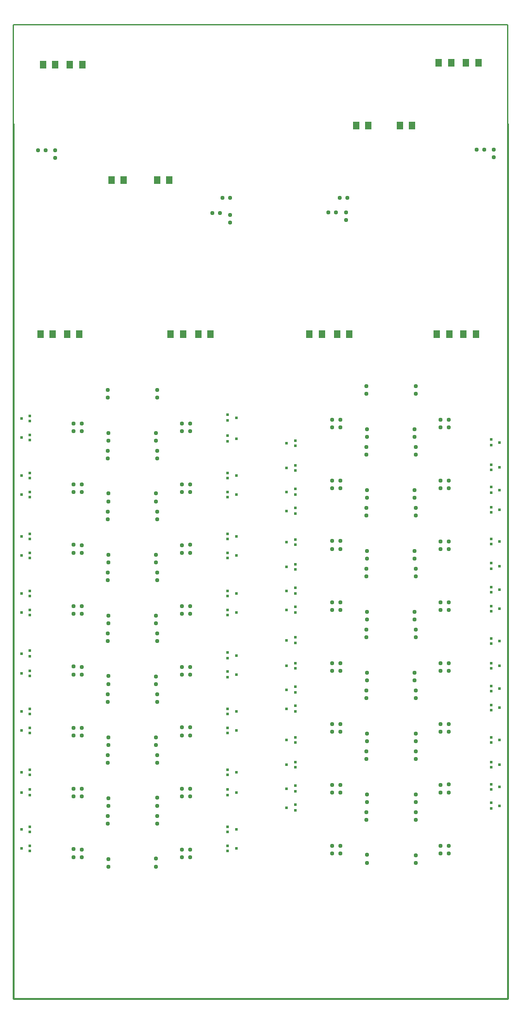
<source format=gbp>
G04 Layer_Color=128*
%FSLAX25Y25*%
%MOIN*%
G70*
G01*
G75*
G04:AMPARAMS|DCode=10|XSize=19.68mil|YSize=20.08mil|CornerRadius=4.92mil|HoleSize=0mil|Usage=FLASHONLY|Rotation=270.000|XOffset=0mil|YOffset=0mil|HoleType=Round|Shape=RoundedRectangle|*
%AMROUNDEDRECTD10*
21,1,0.01968,0.01024,0,0,270.0*
21,1,0.00984,0.02008,0,0,270.0*
1,1,0.00984,-0.00512,-0.00492*
1,1,0.00984,-0.00512,0.00492*
1,1,0.00984,0.00512,0.00492*
1,1,0.00984,0.00512,-0.00492*
%
%ADD10ROUNDEDRECTD10*%
%ADD15R,0.01772X0.01181*%
G04:AMPARAMS|DCode=19|XSize=19.68mil|YSize=20.08mil|CornerRadius=4.92mil|HoleSize=0mil|Usage=FLASHONLY|Rotation=180.000|XOffset=0mil|YOffset=0mil|HoleType=Round|Shape=RoundedRectangle|*
%AMROUNDEDRECTD19*
21,1,0.01968,0.01024,0,0,180.0*
21,1,0.00984,0.02008,0,0,180.0*
1,1,0.00984,-0.00492,0.00512*
1,1,0.00984,0.00492,0.00512*
1,1,0.00984,0.00492,-0.00512*
1,1,0.00984,-0.00492,-0.00512*
%
%ADD19ROUNDEDRECTD19*%
%ADD23R,0.03740X0.03937*%
%ADD26C,0.01000*%
%ADD27C,0.00600*%
D10*
X108508Y413000D02*
D03*
X104492D02*
D03*
X169508Y413500D02*
D03*
X165492D02*
D03*
X17000Y446000D02*
D03*
X12984D02*
D03*
X247508Y446500D02*
D03*
X243492D02*
D03*
X114008Y421000D02*
D03*
X109992D02*
D03*
X175508D02*
D03*
X171492D02*
D03*
D15*
X148264Y111878D02*
D03*
Y109122D02*
D03*
X143736Y110500D02*
D03*
X148264Y101878D02*
D03*
Y99122D02*
D03*
X143736Y100500D02*
D03*
X8764Y306378D02*
D03*
Y303622D02*
D03*
X4236Y305000D02*
D03*
X8764Y296378D02*
D03*
Y293622D02*
D03*
X4236Y295000D02*
D03*
X8764Y276378D02*
D03*
Y273622D02*
D03*
X4236Y275000D02*
D03*
X8764Y266378D02*
D03*
Y263622D02*
D03*
X4236Y265000D02*
D03*
X8764Y244378D02*
D03*
Y241622D02*
D03*
X4236Y243000D02*
D03*
X8764Y234378D02*
D03*
Y231622D02*
D03*
X4236Y233000D02*
D03*
X8764Y214378D02*
D03*
Y211622D02*
D03*
X4236Y213000D02*
D03*
X8764Y204378D02*
D03*
Y201622D02*
D03*
X4236Y203000D02*
D03*
X117264Y305500D02*
D03*
X112736Y306878D02*
D03*
Y304122D02*
D03*
X117264Y294500D02*
D03*
X112736Y295878D02*
D03*
Y293122D02*
D03*
X117264Y275000D02*
D03*
X112736Y276378D02*
D03*
Y273622D02*
D03*
X117264Y265000D02*
D03*
X112736Y266378D02*
D03*
Y263622D02*
D03*
X117264Y243000D02*
D03*
X112736Y244378D02*
D03*
Y241622D02*
D03*
X117264Y233000D02*
D03*
X112736Y234378D02*
D03*
Y231622D02*
D03*
X117264Y213000D02*
D03*
X112736Y214378D02*
D03*
Y211622D02*
D03*
X117264Y203000D02*
D03*
X112736Y204378D02*
D03*
Y201622D02*
D03*
X8764Y182878D02*
D03*
Y180122D02*
D03*
X4236Y181500D02*
D03*
X8764Y172378D02*
D03*
Y169622D02*
D03*
X4236Y171000D02*
D03*
X8764Y152378D02*
D03*
Y149622D02*
D03*
X4236Y151000D02*
D03*
X8764Y142378D02*
D03*
Y139622D02*
D03*
X4236Y141000D02*
D03*
X8764Y120378D02*
D03*
Y117622D02*
D03*
X4236Y119000D02*
D03*
X8764Y109878D02*
D03*
Y107122D02*
D03*
X4236Y108500D02*
D03*
X8764Y90378D02*
D03*
Y87622D02*
D03*
X4236Y89000D02*
D03*
X8764Y80378D02*
D03*
Y77622D02*
D03*
X4236Y79000D02*
D03*
X117264Y180500D02*
D03*
X112736Y181878D02*
D03*
Y179122D02*
D03*
X117264Y170500D02*
D03*
X112736Y171878D02*
D03*
Y169122D02*
D03*
X117264Y151000D02*
D03*
X112736Y152378D02*
D03*
Y149622D02*
D03*
X117264Y141000D02*
D03*
X112736Y142378D02*
D03*
Y139622D02*
D03*
X117264Y119000D02*
D03*
X112736Y120378D02*
D03*
Y117622D02*
D03*
X117264Y108500D02*
D03*
X112736Y109878D02*
D03*
Y107122D02*
D03*
X117264Y89000D02*
D03*
X112736Y90378D02*
D03*
Y87622D02*
D03*
X117264Y79000D02*
D03*
X112736Y80378D02*
D03*
Y77622D02*
D03*
X148264Y293378D02*
D03*
Y290622D02*
D03*
X143736Y292000D02*
D03*
X148264Y280378D02*
D03*
Y277622D02*
D03*
X143736Y279000D02*
D03*
X148264Y267878D02*
D03*
Y265122D02*
D03*
X143736Y266500D02*
D03*
X148264Y257878D02*
D03*
Y255122D02*
D03*
X143736Y256500D02*
D03*
X148264Y241378D02*
D03*
Y238622D02*
D03*
X143736Y240000D02*
D03*
X148264Y228378D02*
D03*
Y225622D02*
D03*
X143736Y227000D02*
D03*
X148264Y215878D02*
D03*
Y213122D02*
D03*
X143736Y214500D02*
D03*
X148264Y205878D02*
D03*
Y203122D02*
D03*
X143736Y204500D02*
D03*
X255764Y292500D02*
D03*
X251236Y293878D02*
D03*
Y291122D02*
D03*
X255764Y279378D02*
D03*
X251236Y280756D02*
D03*
Y278000D02*
D03*
X255764Y267500D02*
D03*
X251236Y268878D02*
D03*
Y266122D02*
D03*
X255764Y257000D02*
D03*
X251236Y258378D02*
D03*
Y255622D02*
D03*
X255764Y240378D02*
D03*
X251236Y241756D02*
D03*
Y239000D02*
D03*
X255764Y227500D02*
D03*
X251236Y228878D02*
D03*
Y226122D02*
D03*
X255764Y215000D02*
D03*
X251236Y216378D02*
D03*
Y213622D02*
D03*
X255764Y205000D02*
D03*
X251236Y206378D02*
D03*
Y203622D02*
D03*
X148264Y189878D02*
D03*
Y187122D02*
D03*
X143736Y188500D02*
D03*
X148264Y176378D02*
D03*
Y173622D02*
D03*
X143736Y175000D02*
D03*
X148264Y163878D02*
D03*
Y161122D02*
D03*
X143736Y162500D02*
D03*
X148264Y153878D02*
D03*
Y151122D02*
D03*
X143736Y152500D02*
D03*
X148264Y137378D02*
D03*
Y134622D02*
D03*
X143736Y136000D02*
D03*
X148264Y124378D02*
D03*
Y121622D02*
D03*
X143736Y123000D02*
D03*
X255764Y188000D02*
D03*
X251236Y189378D02*
D03*
Y186622D02*
D03*
X255764Y175000D02*
D03*
X251236Y176378D02*
D03*
Y173622D02*
D03*
X255764Y163000D02*
D03*
X251236Y164378D02*
D03*
Y161622D02*
D03*
X255764Y153000D02*
D03*
X251236Y154378D02*
D03*
Y151622D02*
D03*
X255764Y136122D02*
D03*
X251236Y137500D02*
D03*
Y134744D02*
D03*
X255764Y123000D02*
D03*
X251236Y124378D02*
D03*
Y121622D02*
D03*
X255764Y111378D02*
D03*
X251236Y112756D02*
D03*
Y110000D02*
D03*
X255764Y101500D02*
D03*
X251236Y102878D02*
D03*
Y100122D02*
D03*
D19*
X114000Y407992D02*
D03*
Y412008D02*
D03*
X175000Y409492D02*
D03*
Y413508D02*
D03*
X22000Y442000D02*
D03*
Y446016D02*
D03*
X252500Y442492D02*
D03*
Y446508D02*
D03*
X31500Y298492D02*
D03*
Y302508D02*
D03*
Y266492D02*
D03*
Y270508D02*
D03*
Y234500D02*
D03*
Y238516D02*
D03*
Y202492D02*
D03*
Y206508D02*
D03*
X36000Y298492D02*
D03*
Y302508D02*
D03*
Y266492D02*
D03*
Y270508D02*
D03*
Y234492D02*
D03*
Y238508D02*
D03*
Y202492D02*
D03*
Y206508D02*
D03*
X49500Y315992D02*
D03*
Y320008D02*
D03*
Y283984D02*
D03*
Y288000D02*
D03*
Y252000D02*
D03*
Y256016D02*
D03*
Y219992D02*
D03*
Y224008D02*
D03*
X50000Y293492D02*
D03*
Y297508D02*
D03*
Y261500D02*
D03*
Y265516D02*
D03*
Y229492D02*
D03*
Y233508D02*
D03*
Y197492D02*
D03*
Y201508D02*
D03*
X75500Y315992D02*
D03*
Y320008D02*
D03*
Y284000D02*
D03*
Y288016D02*
D03*
Y251992D02*
D03*
Y256008D02*
D03*
Y219992D02*
D03*
Y224008D02*
D03*
X75000Y293492D02*
D03*
Y297508D02*
D03*
Y261500D02*
D03*
Y265516D02*
D03*
Y229492D02*
D03*
Y233508D02*
D03*
Y197492D02*
D03*
Y201508D02*
D03*
X88500Y298492D02*
D03*
Y302508D02*
D03*
Y266492D02*
D03*
Y270508D02*
D03*
Y234492D02*
D03*
Y238508D02*
D03*
Y202492D02*
D03*
Y206508D02*
D03*
X93000Y298492D02*
D03*
Y302508D02*
D03*
Y266492D02*
D03*
Y270508D02*
D03*
Y234500D02*
D03*
Y238516D02*
D03*
Y202492D02*
D03*
Y206508D02*
D03*
X31500Y170500D02*
D03*
Y174516D02*
D03*
Y138492D02*
D03*
Y142508D02*
D03*
Y106492D02*
D03*
Y110508D02*
D03*
Y74500D02*
D03*
Y78516D02*
D03*
X36000Y170492D02*
D03*
Y174508D02*
D03*
Y138492D02*
D03*
Y142508D02*
D03*
Y106492D02*
D03*
Y110508D02*
D03*
Y74492D02*
D03*
Y78508D02*
D03*
X49500Y188000D02*
D03*
Y192016D02*
D03*
Y156000D02*
D03*
Y160016D02*
D03*
Y123992D02*
D03*
Y128008D02*
D03*
Y91992D02*
D03*
Y96008D02*
D03*
X50000Y165500D02*
D03*
Y169516D02*
D03*
Y133492D02*
D03*
Y137508D02*
D03*
Y101492D02*
D03*
Y105508D02*
D03*
Y69492D02*
D03*
Y73508D02*
D03*
X75500Y187992D02*
D03*
Y192008D02*
D03*
Y155992D02*
D03*
Y160008D02*
D03*
Y124000D02*
D03*
Y128016D02*
D03*
Y91992D02*
D03*
Y96008D02*
D03*
X75000Y165492D02*
D03*
Y169508D02*
D03*
Y133492D02*
D03*
Y137508D02*
D03*
X75500Y101500D02*
D03*
Y105516D02*
D03*
X75000Y69500D02*
D03*
Y73516D02*
D03*
X88500Y170492D02*
D03*
Y174508D02*
D03*
Y138500D02*
D03*
Y142516D02*
D03*
Y106492D02*
D03*
Y110508D02*
D03*
Y74492D02*
D03*
Y78508D02*
D03*
X93000Y170492D02*
D03*
Y174508D02*
D03*
Y138500D02*
D03*
Y142516D02*
D03*
Y106492D02*
D03*
Y110508D02*
D03*
Y74492D02*
D03*
Y78508D02*
D03*
X167500Y300492D02*
D03*
Y304508D02*
D03*
Y268492D02*
D03*
Y272508D02*
D03*
Y236500D02*
D03*
Y240516D02*
D03*
Y204492D02*
D03*
Y208508D02*
D03*
X172000Y300492D02*
D03*
Y304508D02*
D03*
Y268492D02*
D03*
Y272508D02*
D03*
Y236500D02*
D03*
Y240516D02*
D03*
Y204492D02*
D03*
Y208508D02*
D03*
X185500Y317992D02*
D03*
Y322008D02*
D03*
Y285992D02*
D03*
Y290008D02*
D03*
Y253992D02*
D03*
Y258008D02*
D03*
Y222000D02*
D03*
Y226016D02*
D03*
X186000Y295492D02*
D03*
Y299508D02*
D03*
Y263492D02*
D03*
Y267508D02*
D03*
Y231492D02*
D03*
Y235508D02*
D03*
Y199492D02*
D03*
Y203508D02*
D03*
X211500Y317992D02*
D03*
Y322008D02*
D03*
Y285992D02*
D03*
Y290008D02*
D03*
Y253992D02*
D03*
Y258008D02*
D03*
Y221992D02*
D03*
Y226008D02*
D03*
X211000Y295492D02*
D03*
Y299508D02*
D03*
Y263492D02*
D03*
Y267508D02*
D03*
Y231492D02*
D03*
Y235508D02*
D03*
Y199492D02*
D03*
Y203508D02*
D03*
X224500Y300492D02*
D03*
Y304508D02*
D03*
Y268492D02*
D03*
Y272508D02*
D03*
Y236492D02*
D03*
Y240508D02*
D03*
Y204492D02*
D03*
Y208508D02*
D03*
X229000Y300492D02*
D03*
Y304508D02*
D03*
Y268492D02*
D03*
Y272508D02*
D03*
Y236492D02*
D03*
Y240508D02*
D03*
Y204492D02*
D03*
Y208508D02*
D03*
X167500Y172492D02*
D03*
Y176508D02*
D03*
Y140484D02*
D03*
Y144500D02*
D03*
Y108492D02*
D03*
Y112508D02*
D03*
Y76492D02*
D03*
Y80508D02*
D03*
X172000Y172492D02*
D03*
Y176508D02*
D03*
Y140484D02*
D03*
Y144500D02*
D03*
Y108492D02*
D03*
Y112508D02*
D03*
Y76492D02*
D03*
Y80508D02*
D03*
X185500Y189984D02*
D03*
Y194000D02*
D03*
Y158000D02*
D03*
Y162016D02*
D03*
Y125992D02*
D03*
Y130008D02*
D03*
Y93957D02*
D03*
Y97972D02*
D03*
X186000Y167484D02*
D03*
Y171500D02*
D03*
Y135492D02*
D03*
Y139508D02*
D03*
Y103492D02*
D03*
Y107508D02*
D03*
Y71500D02*
D03*
Y75516D02*
D03*
X211500Y190000D02*
D03*
Y194016D02*
D03*
Y157992D02*
D03*
Y162008D02*
D03*
Y125992D02*
D03*
Y130008D02*
D03*
Y93984D02*
D03*
Y98000D02*
D03*
X211000Y167484D02*
D03*
Y171500D02*
D03*
X211500Y135484D02*
D03*
Y139500D02*
D03*
Y103484D02*
D03*
Y107500D02*
D03*
Y71492D02*
D03*
Y75508D02*
D03*
X224500Y172492D02*
D03*
Y176508D02*
D03*
Y140492D02*
D03*
Y144508D02*
D03*
Y108492D02*
D03*
Y112508D02*
D03*
Y76484D02*
D03*
Y80500D02*
D03*
X229000Y172492D02*
D03*
Y176508D02*
D03*
Y140492D02*
D03*
Y144508D02*
D03*
Y108500D02*
D03*
Y112516D02*
D03*
Y76492D02*
D03*
Y80508D02*
D03*
D23*
X244496Y492000D02*
D03*
X238000D02*
D03*
X230248D02*
D03*
X223752D02*
D03*
X103748Y349500D02*
D03*
X97252D02*
D03*
X176748D02*
D03*
X170252D02*
D03*
X89248D02*
D03*
X82752D02*
D03*
X162248D02*
D03*
X155752D02*
D03*
X82000Y430500D02*
D03*
X75504D02*
D03*
X186748Y459000D02*
D03*
X180252D02*
D03*
X58000Y430500D02*
D03*
X51504D02*
D03*
X209748Y459000D02*
D03*
X203252D02*
D03*
X34748Y349500D02*
D03*
X28252D02*
D03*
X243248D02*
D03*
X236752D02*
D03*
X20748D02*
D03*
X14252D02*
D03*
X229248D02*
D03*
X222752D02*
D03*
X21996Y491000D02*
D03*
X15500D02*
D03*
X36248D02*
D03*
X29752D02*
D03*
D26*
X0Y0D02*
Y320000D01*
X260000Y0D02*
Y320000D01*
X0Y0D02*
X260000D01*
X0D02*
Y460000D01*
X260000Y0D02*
Y460000D01*
X0Y0D02*
X260000D01*
D27*
X0D02*
X260000D01*
Y512000D01*
X0D02*
X260000D01*
X0Y0D02*
Y512000D01*
M02*

</source>
